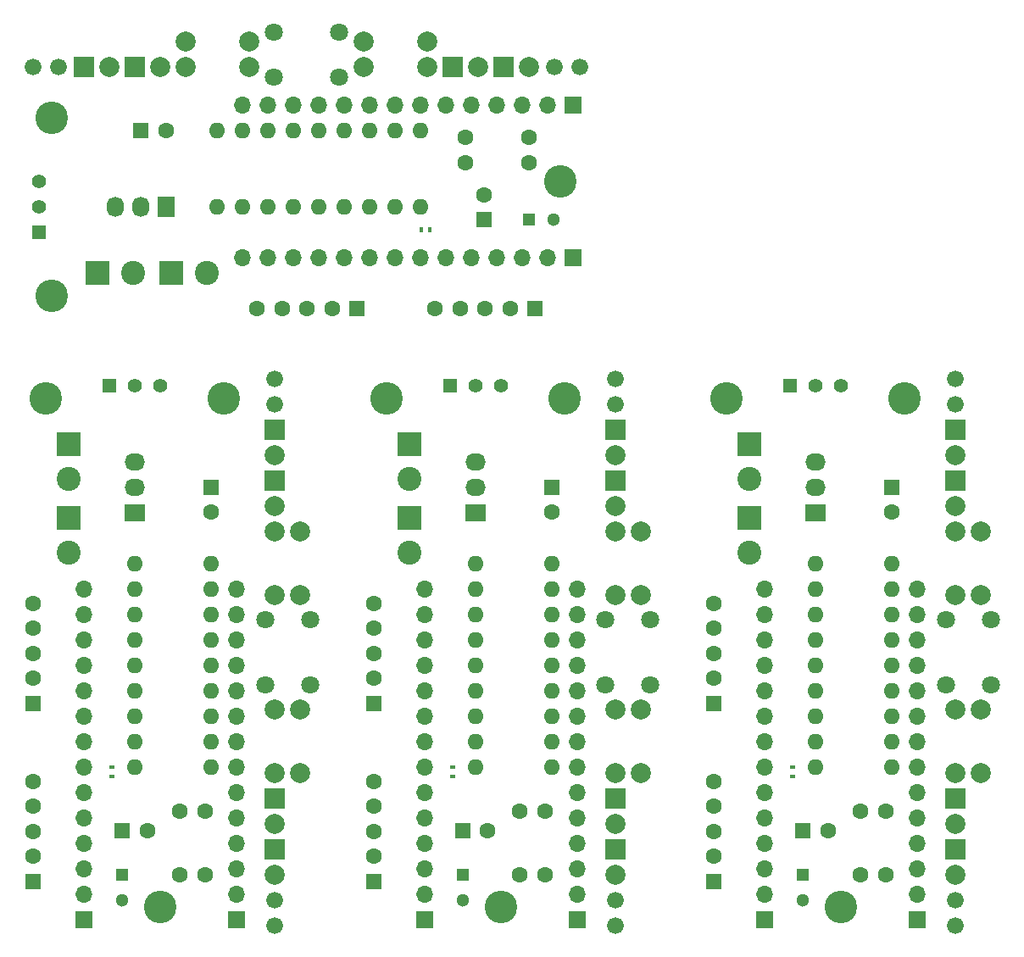
<source format=gts>
%MOIN*%
%OFA0B0*%
%FSLAX46Y46*%
%IPPOS*%
%LPD*%
%ADD10C,0.0039370078740157488*%
%ADD11C,0.066*%
%ADD12C,0.07874015748031496*%
%ADD13R,0.07874015748031496X0.07874015748031496*%
%ADD14R,0.062992125984251982X0.062992125984251982*%
%ADD15C,0.062992125984251982*%
%ADD16R,0.066929133858267723X0.066929133858267723*%
%ADD17O,0.066929133858267723X0.066929133858267723*%
%ADD18R,0.051181102362204731X0.051181102362204731*%
%ADD19C,0.051181102362204731*%
%ADD20O,0.062992125984251982X0.062992125984251982*%
%ADD21C,0.12795275590551181*%
%ADD22R,0.08X0.068*%
%ADD23O,0.08X0.068*%
%ADD24R,0.055000000000000007X0.055000000000000007*%
%ADD25C,0.055000000000000007*%
%ADD26C,0.094488188976377951*%
%ADD27R,0.094488188976377951X0.094488188976377951*%
%ADD28C,0.0787*%
%ADD29C,0.070866141732283464*%
%ADD30R,0.023622047244094488X0.015748031496062995*%
%ADD41C,0.0039370078740157488*%
%ADD42C,0.066*%
%ADD43C,0.07874015748031496*%
%ADD44R,0.07874015748031496X0.07874015748031496*%
%ADD45R,0.062992125984251982X0.062992125984251982*%
%ADD46C,0.062992125984251982*%
%ADD47R,0.066929133858267723X0.066929133858267723*%
%ADD48O,0.066929133858267723X0.066929133858267723*%
%ADD49R,0.051181102362204731X0.051181102362204731*%
%ADD50C,0.051181102362204731*%
%ADD51O,0.062992125984251982X0.062992125984251982*%
%ADD52C,0.12795275590551181*%
%ADD53R,0.068X0.08*%
%ADD54O,0.068X0.08*%
%ADD55R,0.055000000000000007X0.055000000000000007*%
%ADD56C,0.055000000000000007*%
%ADD57C,0.094488188976377951*%
%ADD58R,0.094488188976377951X0.094488188976377951*%
%ADD59C,0.0787*%
%ADD60C,0.070866141732283464*%
%ADD61R,0.015748031496062995X0.023622047244094488*%
%ADD62C,0.0039370078740157488*%
%ADD63C,0.066*%
%ADD64C,0.07874015748031496*%
%ADD65R,0.07874015748031496X0.07874015748031496*%
%ADD66R,0.062992125984251982X0.062992125984251982*%
%ADD67C,0.062992125984251982*%
%ADD68R,0.066929133858267723X0.066929133858267723*%
%ADD69O,0.066929133858267723X0.066929133858267723*%
%ADD70R,0.051181102362204731X0.051181102362204731*%
%ADD71C,0.051181102362204731*%
%ADD72O,0.062992125984251982X0.062992125984251982*%
%ADD73C,0.12795275590551181*%
%ADD74R,0.08X0.068*%
%ADD75O,0.08X0.068*%
%ADD76R,0.055000000000000007X0.055000000000000007*%
%ADD77C,0.055000000000000007*%
%ADD78C,0.094488188976377951*%
%ADD79R,0.094488188976377951X0.094488188976377951*%
%ADD80C,0.0787*%
%ADD81C,0.070866141732283464*%
%ADD82R,0.023622047244094488X0.015748031496062995*%
%ADD83C,0.0039370078740157488*%
%ADD84C,0.066*%
%ADD85C,0.07874015748031496*%
%ADD86R,0.07874015748031496X0.07874015748031496*%
%ADD87R,0.062992125984251982X0.062992125984251982*%
%ADD88C,0.062992125984251982*%
%ADD89R,0.066929133858267723X0.066929133858267723*%
%ADD90O,0.066929133858267723X0.066929133858267723*%
%ADD91R,0.051181102362204731X0.051181102362204731*%
%ADD92C,0.051181102362204731*%
%ADD93O,0.062992125984251982X0.062992125984251982*%
%ADD94C,0.12795275590551181*%
%ADD95R,0.08X0.068*%
%ADD96O,0.08X0.068*%
%ADD97R,0.055000000000000007X0.055000000000000007*%
%ADD98C,0.055000000000000007*%
%ADD99C,0.094488188976377951*%
%ADD100R,0.094488188976377951X0.094488188976377951*%
%ADD101C,0.0787*%
%ADD102C,0.070866141732283464*%
%ADD103R,0.023622047244094488X0.015748031496062995*%
G01*
D10*
D11*
X-0004799999Y0004650000D02*
X0001050000Y0000075000D03*
X0001050000Y0000175000D03*
D12*
X0001050000Y0000475000D03*
D13*
X0001050000Y0000575000D03*
D14*
X0000100000Y0000250000D03*
D15*
X0000100000Y0000348425D03*
X0000100000Y0000446850D03*
X0000100000Y0000545275D03*
X0000100000Y0000643700D03*
D14*
X0000450000Y0000450000D03*
D15*
X0000548425Y0000450000D03*
D16*
X0000900000Y0000100000D03*
D17*
X0000900000Y0000200000D03*
X0000900000Y0000300000D03*
X0000900000Y0000400000D03*
X0000900000Y0000500000D03*
X0000900000Y0000600000D03*
X0000900000Y0000700000D03*
X0000900000Y0000800000D03*
X0000900000Y0000900000D03*
X0000900000Y0001000000D03*
X0000900000Y0001100000D03*
X0000900000Y0001200000D03*
X0000900000Y0001300000D03*
X0000900000Y0001400000D03*
D18*
X0000450000Y0000275000D03*
D19*
X0000450000Y0000176574D03*
D20*
X0000800000Y0000700000D03*
X0000800000Y0000800000D03*
X0000800000Y0000900000D03*
X0000800000Y0001000000D03*
X0000800000Y0001100000D03*
X0000800000Y0001200000D03*
X0000800000Y0001300000D03*
X0000800000Y0001400000D03*
X0000800000Y0001500000D03*
X0000500000Y0001500000D03*
X0000500000Y0001400000D03*
X0000500000Y0001300000D03*
X0000500000Y0001200000D03*
X0000500000Y0001100000D03*
X0000500000Y0001000000D03*
X0000500000Y0000900000D03*
X0000500000Y0000800000D03*
X0000500000Y0000700000D03*
D14*
X0000100000Y0000950000D03*
D15*
X0000100000Y0001048425D03*
X0000100000Y0001146850D03*
X0000100000Y0001245275D03*
X0000100000Y0001343700D03*
D21*
X0000600000Y0000150000D03*
X0000850000Y0002150000D03*
X0000150000Y0002150000D03*
D15*
X0000800000Y0001701574D03*
D14*
X0000800000Y0001800000D03*
D22*
X0000500000Y0001700000D03*
D23*
X0000500000Y0001800000D03*
X0000500000Y0001900000D03*
D24*
X0000400000Y0002200000D03*
D25*
X0000500000Y0002200000D03*
X0000600000Y0002200000D03*
D26*
X0000240000Y0001832204D03*
D27*
X0000240000Y0001970000D03*
D26*
X0000240000Y0001542204D03*
D27*
X0000240000Y0001680000D03*
D12*
X0001050000Y0001725000D03*
D13*
X0001050000Y0001825000D03*
D28*
X0001050000Y0000925000D03*
X0001050000Y0000675000D03*
X0001150000Y0001375000D03*
X0001150000Y0001625000D03*
X0001150000Y0000925000D03*
X0001150000Y0000675000D03*
X0001050000Y0001375000D03*
X0001050000Y0001625000D03*
D15*
X0000775000Y0000275000D03*
X0000775000Y0000525000D03*
X0000675000Y0000275000D03*
X0000675000Y0000525000D03*
D29*
X0001011417Y0001277952D03*
X0001188582Y0001277952D03*
X0001011417Y0001022047D03*
X0001188582Y0001022047D03*
D16*
X0000300000Y0000100000D03*
D17*
X0000300000Y0000200000D03*
X0000300000Y0000300000D03*
X0000300000Y0000400000D03*
X0000300000Y0000500000D03*
X0000300000Y0000600000D03*
X0000300000Y0000700000D03*
X0000300000Y0000800000D03*
X0000300000Y0000900000D03*
X0000300000Y0001000000D03*
X0000300000Y0001100000D03*
X0000300000Y0001200000D03*
X0000300000Y0001300000D03*
X0000300000Y0001400000D03*
D30*
X0000410000Y0000697716D03*
X0000410000Y0000662283D03*
D12*
X0001050000Y0000275000D03*
D13*
X0001050000Y0000375000D03*
D12*
X0001050000Y0001925000D03*
D13*
X0001050000Y0002025000D03*
D11*
X0001050000Y0002125000D03*
X0001050000Y0002225000D03*
G04 next file*
G04 #@! TF.FileFunction,Soldermask,Top*
G04 Gerber Fmt 4.6, Leading zero omitted, Abs format (unit mm)*
G04 Created by KiCad (PCBNEW 4.0.6) date 11/20/19 08:45:12*
G01*
G04 APERTURE LIST*
G04 APERTURE END LIST*
D41*
D42*
X-0002327165Y-0002398425D02*
X0002247834Y0003451574D03*
X0002147834Y0003451574D03*
D43*
X0001847834Y0003451574D03*
D44*
X0001747834Y0003451574D03*
D45*
X0002072834Y0002501574D03*
D46*
X0001974409Y0002501574D03*
X0001875984Y0002501574D03*
X0001777559Y0002501574D03*
X0001679133Y0002501574D03*
D45*
X0001872834Y0002851574D03*
D46*
X0001872834Y0002950000D03*
D47*
X0002222834Y0003301574D03*
D48*
X0002122834Y0003301574D03*
X0002022834Y0003301574D03*
X0001922834Y0003301574D03*
X0001822834Y0003301574D03*
X0001722834Y0003301574D03*
X0001622834Y0003301574D03*
X0001522834Y0003301574D03*
X0001422834Y0003301574D03*
X0001322834Y0003301574D03*
X0001222834Y0003301574D03*
X0001122834Y0003301574D03*
X0001022834Y0003301574D03*
X0000922834Y0003301574D03*
D49*
X0002047834Y0002851574D03*
D50*
X0002146259Y0002851574D03*
D51*
X0001622834Y0003201574D03*
X0001522834Y0003201574D03*
X0001422834Y0003201574D03*
X0001322834Y0003201574D03*
X0001222834Y0003201574D03*
X0001122834Y0003201574D03*
X0001022834Y0003201574D03*
X0000922834Y0003201574D03*
X0000822834Y0003201574D03*
X0000822834Y0002901574D03*
X0000922834Y0002901574D03*
X0001022834Y0002901574D03*
X0001122834Y0002901574D03*
X0001222834Y0002901574D03*
X0001322834Y0002901574D03*
X0001422834Y0002901574D03*
X0001522834Y0002901574D03*
X0001622834Y0002901574D03*
D45*
X0001372834Y0002501574D03*
D46*
X0001274409Y0002501574D03*
X0001175984Y0002501574D03*
X0001077559Y0002501574D03*
X0000979133Y0002501574D03*
D52*
X0002172834Y0003001574D03*
X0000172834Y0003251574D03*
X0000172834Y0002551574D03*
D46*
X0000621259Y0003201574D03*
D45*
X0000522834Y0003201574D03*
D53*
X0000622834Y0002901574D03*
D54*
X0000522834Y0002901574D03*
X0000422834Y0002901574D03*
D55*
X0000122834Y0002801574D03*
D56*
X0000122834Y0002901574D03*
X0000122834Y0003001574D03*
D57*
X0000490629Y0002641574D03*
D58*
X0000352834Y0002641574D03*
D57*
X0000780629Y0002641574D03*
D58*
X0000642834Y0002641574D03*
D43*
X0000597834Y0003451574D03*
D44*
X0000497834Y0003451574D03*
D59*
X0001397834Y0003451574D03*
X0001647834Y0003451574D03*
X0000947834Y0003551574D03*
X0000697834Y0003551574D03*
X0001397834Y0003551574D03*
X0001647834Y0003551574D03*
X0000947834Y0003451574D03*
X0000697834Y0003451574D03*
D46*
X0002047834Y0003176574D03*
X0001797834Y0003176574D03*
X0002047834Y0003076574D03*
X0001797834Y0003076574D03*
D60*
X0001044881Y0003412992D03*
X0001044881Y0003590157D03*
X0001300787Y0003412992D03*
X0001300787Y0003590157D03*
D47*
X0002222834Y0002701574D03*
D48*
X0002122834Y0002701574D03*
X0002022834Y0002701574D03*
X0001922834Y0002701574D03*
X0001822834Y0002701574D03*
X0001722834Y0002701574D03*
X0001622834Y0002701574D03*
X0001522834Y0002701574D03*
X0001422834Y0002701574D03*
X0001322834Y0002701574D03*
X0001222834Y0002701574D03*
X0001122834Y0002701574D03*
X0001022834Y0002701574D03*
X0000922834Y0002701574D03*
D61*
X0001625118Y0002811574D03*
X0001660551Y0002811574D03*
D43*
X0002047834Y0003451574D03*
D44*
X0001947834Y0003451574D03*
D43*
X0000397834Y0003451574D03*
D44*
X0000297834Y0003451574D03*
D42*
X0000197834Y0003451574D03*
X0000097834Y0003451574D03*
G04 next file*
G04 #@! TF.FileFunction,Soldermask,Top*
G04 Gerber Fmt 4.6, Leading zero omitted, Abs format (unit mm)*
G04 Created by KiCad (PCBNEW 4.0.6) date 11/20/19 08:45:12*
G01*
G04 APERTURE LIST*
G04 APERTURE END LIST*
D62*
D63*
X-0003461417Y0004650000D02*
X0002388582Y0000075000D03*
X0002388582Y0000175000D03*
D64*
X0002388582Y0000475000D03*
D65*
X0002388582Y0000575000D03*
D66*
X0001438582Y0000250000D03*
D67*
X0001438582Y0000348425D03*
X0001438582Y0000446850D03*
X0001438582Y0000545275D03*
X0001438582Y0000643700D03*
D66*
X0001788582Y0000450000D03*
D67*
X0001887007Y0000450000D03*
D68*
X0002238582Y0000100000D03*
D69*
X0002238582Y0000200000D03*
X0002238582Y0000300000D03*
X0002238582Y0000400000D03*
X0002238582Y0000500000D03*
X0002238582Y0000600000D03*
X0002238582Y0000700000D03*
X0002238582Y0000800000D03*
X0002238582Y0000900000D03*
X0002238582Y0001000000D03*
X0002238582Y0001100000D03*
X0002238582Y0001200000D03*
X0002238582Y0001300000D03*
X0002238582Y0001400000D03*
D70*
X0001788582Y0000275000D03*
D71*
X0001788582Y0000176574D03*
D72*
X0002138582Y0000700000D03*
X0002138582Y0000800000D03*
X0002138582Y0000900000D03*
X0002138582Y0001000000D03*
X0002138582Y0001100000D03*
X0002138582Y0001200000D03*
X0002138582Y0001300000D03*
X0002138582Y0001400000D03*
X0002138582Y0001500000D03*
X0001838582Y0001500000D03*
X0001838582Y0001400000D03*
X0001838582Y0001300000D03*
X0001838582Y0001200000D03*
X0001838582Y0001100000D03*
X0001838582Y0001000000D03*
X0001838582Y0000900000D03*
X0001838582Y0000800000D03*
X0001838582Y0000700000D03*
D66*
X0001438582Y0000950000D03*
D67*
X0001438582Y0001048425D03*
X0001438582Y0001146850D03*
X0001438582Y0001245275D03*
X0001438582Y0001343700D03*
D73*
X0001938582Y0000150000D03*
X0002188582Y0002150000D03*
X0001488582Y0002150000D03*
D67*
X0002138582Y0001701574D03*
D66*
X0002138582Y0001800000D03*
D74*
X0001838582Y0001700000D03*
D75*
X0001838582Y0001800000D03*
X0001838582Y0001900000D03*
D76*
X0001738582Y0002200000D03*
D77*
X0001838582Y0002200000D03*
X0001938582Y0002200000D03*
D78*
X0001578582Y0001832204D03*
D79*
X0001578582Y0001970000D03*
D78*
X0001578582Y0001542204D03*
D79*
X0001578582Y0001680000D03*
D64*
X0002388582Y0001725000D03*
D65*
X0002388582Y0001825000D03*
D80*
X0002388582Y0000925000D03*
X0002388582Y0000675000D03*
X0002488582Y0001375000D03*
X0002488582Y0001625000D03*
X0002488582Y0000925000D03*
X0002488582Y0000675000D03*
X0002388582Y0001375000D03*
X0002388582Y0001625000D03*
D67*
X0002113582Y0000275000D03*
X0002113582Y0000525000D03*
X0002013582Y0000275000D03*
X0002013582Y0000525000D03*
D81*
X0002350000Y0001277952D03*
X0002527165Y0001277952D03*
X0002350000Y0001022047D03*
X0002527165Y0001022047D03*
D68*
X0001638582Y0000100000D03*
D69*
X0001638582Y0000200000D03*
X0001638582Y0000300000D03*
X0001638582Y0000400000D03*
X0001638582Y0000500000D03*
X0001638582Y0000600000D03*
X0001638582Y0000700000D03*
X0001638582Y0000800000D03*
X0001638582Y0000900000D03*
X0001638582Y0001000000D03*
X0001638582Y0001100000D03*
X0001638582Y0001200000D03*
X0001638582Y0001300000D03*
X0001638582Y0001400000D03*
D82*
X0001748582Y0000697716D03*
X0001748582Y0000662283D03*
D64*
X0002388582Y0000275000D03*
D65*
X0002388582Y0000375000D03*
D64*
X0002388582Y0001925000D03*
D65*
X0002388582Y0002025000D03*
D63*
X0002388582Y0002125000D03*
X0002388582Y0002225000D03*
G04 next file*
G04 #@! TF.FileFunction,Soldermask,Top*
G04 Gerber Fmt 4.6, Leading zero omitted, Abs format (unit mm)*
G04 Created by KiCad (PCBNEW 4.0.6) date 11/20/19 08:45:12*
G01*
G04 APERTURE LIST*
G04 APERTURE END LIST*
D83*
D84*
X-0002122834Y0004650000D02*
X0003727165Y0000075000D03*
X0003727165Y0000175000D03*
D85*
X0003727165Y0000475000D03*
D86*
X0003727165Y0000575000D03*
D87*
X0002777165Y0000250000D03*
D88*
X0002777165Y0000348425D03*
X0002777165Y0000446850D03*
X0002777165Y0000545275D03*
X0002777165Y0000643700D03*
D87*
X0003127165Y0000450000D03*
D88*
X0003225590Y0000450000D03*
D89*
X0003577165Y0000100000D03*
D90*
X0003577165Y0000200000D03*
X0003577165Y0000300000D03*
X0003577165Y0000400000D03*
X0003577165Y0000500000D03*
X0003577165Y0000600000D03*
X0003577165Y0000700000D03*
X0003577165Y0000800000D03*
X0003577165Y0000900000D03*
X0003577165Y0001000000D03*
X0003577165Y0001100000D03*
X0003577165Y0001200000D03*
X0003577165Y0001300000D03*
X0003577165Y0001400000D03*
D91*
X0003127165Y0000275000D03*
D92*
X0003127165Y0000176574D03*
D93*
X0003477165Y0000700000D03*
X0003477165Y0000800000D03*
X0003477165Y0000900000D03*
X0003477165Y0001000000D03*
X0003477165Y0001100000D03*
X0003477165Y0001200000D03*
X0003477165Y0001300000D03*
X0003477165Y0001400000D03*
X0003477165Y0001500000D03*
X0003177165Y0001500000D03*
X0003177165Y0001400000D03*
X0003177165Y0001300000D03*
X0003177165Y0001200000D03*
X0003177165Y0001100000D03*
X0003177165Y0001000000D03*
X0003177165Y0000900000D03*
X0003177165Y0000800000D03*
X0003177165Y0000700000D03*
D87*
X0002777165Y0000950000D03*
D88*
X0002777165Y0001048425D03*
X0002777165Y0001146850D03*
X0002777165Y0001245275D03*
X0002777165Y0001343700D03*
D94*
X0003277165Y0000150000D03*
X0003527165Y0002150000D03*
X0002827165Y0002150000D03*
D88*
X0003477165Y0001701574D03*
D87*
X0003477165Y0001800000D03*
D95*
X0003177165Y0001700000D03*
D96*
X0003177165Y0001800000D03*
X0003177165Y0001900000D03*
D97*
X0003077165Y0002200000D03*
D98*
X0003177165Y0002200000D03*
X0003277165Y0002200000D03*
D99*
X0002917165Y0001832204D03*
D100*
X0002917165Y0001970000D03*
D99*
X0002917165Y0001542204D03*
D100*
X0002917165Y0001680000D03*
D85*
X0003727165Y0001725000D03*
D86*
X0003727165Y0001825000D03*
D101*
X0003727165Y0000925000D03*
X0003727165Y0000675000D03*
X0003827165Y0001375000D03*
X0003827165Y0001625000D03*
X0003827165Y0000925000D03*
X0003827165Y0000675000D03*
X0003727165Y0001375000D03*
X0003727165Y0001625000D03*
D88*
X0003452165Y0000275000D03*
X0003452165Y0000525000D03*
X0003352165Y0000275000D03*
X0003352165Y0000525000D03*
D102*
X0003688582Y0001277952D03*
X0003865748Y0001277952D03*
X0003688582Y0001022047D03*
X0003865748Y0001022047D03*
D89*
X0002977165Y0000100000D03*
D90*
X0002977165Y0000200000D03*
X0002977165Y0000300000D03*
X0002977165Y0000400000D03*
X0002977165Y0000500000D03*
X0002977165Y0000600000D03*
X0002977165Y0000700000D03*
X0002977165Y0000800000D03*
X0002977165Y0000900000D03*
X0002977165Y0001000000D03*
X0002977165Y0001100000D03*
X0002977165Y0001200000D03*
X0002977165Y0001300000D03*
X0002977165Y0001400000D03*
D103*
X0003087165Y0000697716D03*
X0003087165Y0000662283D03*
D85*
X0003727165Y0000275000D03*
D86*
X0003727165Y0000375000D03*
D85*
X0003727165Y0001925000D03*
D86*
X0003727165Y0002025000D03*
D84*
X0003727165Y0002125000D03*
X0003727165Y0002225000D03*
M02*
</source>
